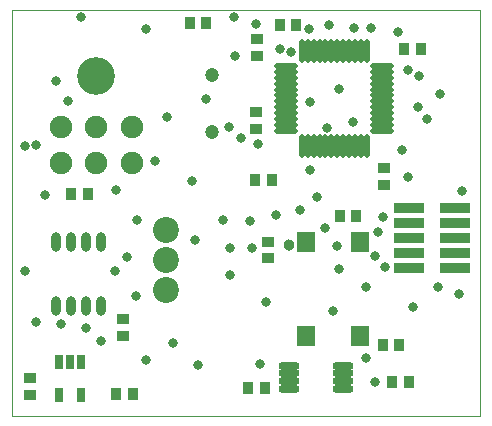
<source format=gts>
G04 Layer_Color=8388736*
%FSLAX24Y24*%
%MOIN*%
G70*
G01*
G75*
%ADD26C,0.0005*%
%ADD40R,0.0354X0.0433*%
%ADD41R,0.0433X0.0354*%
%ADD42O,0.0709X0.0268*%
%ADD43O,0.0315X0.0669*%
%ADD44R,0.0630X0.0689*%
%ADD45R,0.1024X0.0378*%
%ADD46O,0.0197X0.0787*%
%ADD47O,0.0787X0.0197*%
%ADD48R,0.0315X0.0472*%
%ADD49C,0.0866*%
%ADD50C,0.1260*%
%ADD51C,0.0748*%
%ADD52C,0.0472*%
%ADD53C,0.0319*%
%ADD54C,0.0315*%
%ADD55C,0.0379*%
D26*
X2080Y1840D02*
Y15360D01*
Y1840D02*
X17700D01*
Y15360D01*
X2080D02*
X17700D01*
D40*
X10194Y9690D02*
D03*
X10746D02*
D03*
X8566Y14930D02*
D03*
X8014D02*
D03*
X4616Y9230D02*
D03*
X4064D02*
D03*
X15316Y2970D02*
D03*
X14764D02*
D03*
X14996Y4210D02*
D03*
X14444D02*
D03*
X11014Y14850D02*
D03*
X11566D02*
D03*
X15706Y14050D02*
D03*
X15154D02*
D03*
X13009Y8495D02*
D03*
X13560D02*
D03*
X9954Y2780D02*
D03*
X10506D02*
D03*
X5554Y2550D02*
D03*
X6106D02*
D03*
D41*
X2690Y2544D02*
D03*
Y3096D02*
D03*
X10610Y7094D02*
D03*
Y7646D02*
D03*
X10240Y14386D02*
D03*
Y13834D02*
D03*
X10230Y11956D02*
D03*
Y11404D02*
D03*
X14470Y9534D02*
D03*
Y10086D02*
D03*
X5790Y5056D02*
D03*
Y4504D02*
D03*
D42*
X13126Y2746D02*
D03*
Y3002D02*
D03*
Y3258D02*
D03*
Y3514D02*
D03*
X11314Y2746D02*
D03*
Y3002D02*
D03*
Y3258D02*
D03*
Y3514D02*
D03*
D43*
X5060Y7633D02*
D03*
X4560D02*
D03*
X4060D02*
D03*
X3560D02*
D03*
X5060Y5507D02*
D03*
X4560D02*
D03*
X4060D02*
D03*
X3560D02*
D03*
D44*
X11889Y7640D02*
D03*
Y4510D02*
D03*
X13700Y7640D02*
D03*
Y4510D02*
D03*
D45*
X15310Y8780D02*
D03*
X16845D02*
D03*
X15310Y8280D02*
D03*
X16845D02*
D03*
X15310Y7780D02*
D03*
X16845D02*
D03*
X15310Y7280D02*
D03*
X16845D02*
D03*
X15310Y6780D02*
D03*
X16845D02*
D03*
D46*
X11747Y14014D02*
D03*
X11944D02*
D03*
X12141D02*
D03*
X12338D02*
D03*
X12535D02*
D03*
X12732D02*
D03*
X12928D02*
D03*
X13125D02*
D03*
X13322D02*
D03*
X13519D02*
D03*
X13716D02*
D03*
X13913D02*
D03*
Y10826D02*
D03*
X13716D02*
D03*
X13519D02*
D03*
X13322D02*
D03*
X13125D02*
D03*
X12928D02*
D03*
X12732D02*
D03*
X12535D02*
D03*
X12338D02*
D03*
X12141D02*
D03*
X11944D02*
D03*
X11747D02*
D03*
D47*
X14424Y13503D02*
D03*
Y13306D02*
D03*
Y13109D02*
D03*
Y12912D02*
D03*
Y12715D02*
D03*
Y12518D02*
D03*
Y12322D02*
D03*
Y12125D02*
D03*
Y11928D02*
D03*
Y11731D02*
D03*
Y11534D02*
D03*
Y11337D02*
D03*
X11236D02*
D03*
Y11534D02*
D03*
Y11731D02*
D03*
Y11928D02*
D03*
Y12125D02*
D03*
Y12322D02*
D03*
Y12518D02*
D03*
Y12715D02*
D03*
Y12912D02*
D03*
Y13109D02*
D03*
Y13306D02*
D03*
Y13503D02*
D03*
D48*
X4394Y2539D02*
D03*
X3646D02*
D03*
Y3621D02*
D03*
X4020D02*
D03*
X4394D02*
D03*
D49*
X7224Y6030D02*
D03*
Y7030D02*
D03*
Y8030D02*
D03*
D50*
X4890Y13163D02*
D03*
D51*
Y11462D02*
D03*
X3709D02*
D03*
X6071D02*
D03*
Y10281D02*
D03*
X4890D02*
D03*
X3709D02*
D03*
D52*
X8760Y11289D02*
D03*
Y13211D02*
D03*
D53*
X12660Y14850D02*
D03*
X7440Y4270D02*
D03*
X11370Y13960D02*
D03*
X16970Y5890D02*
D03*
X12520Y8100D02*
D03*
X17100Y9340D02*
D03*
X9530Y13820D02*
D03*
X8560Y12400D02*
D03*
X8090Y9660D02*
D03*
X12030Y10020D02*
D03*
X3540Y12990D02*
D03*
X6850Y10320D02*
D03*
X7250Y11810D02*
D03*
X9120Y8360D02*
D03*
X10870Y8530D02*
D03*
X9350Y6520D02*
D03*
X12930Y7500D02*
D03*
X12980Y6720D02*
D03*
X10070Y7430D02*
D03*
X3960Y12320D02*
D03*
X6220Y5840D02*
D03*
X3730Y4890D02*
D03*
X10550Y5640D02*
D03*
X8190Y7710D02*
D03*
X6260Y8360D02*
D03*
X5510Y6670D02*
D03*
X8280Y3540D02*
D03*
X3170Y9210D02*
D03*
X5540Y9350D02*
D03*
X11680Y8690D02*
D03*
X10010Y8320D02*
D03*
X12790Y5330D02*
D03*
X5040Y4320D02*
D03*
X12020Y12310D02*
D03*
X13460Y11620D02*
D03*
X16360Y12570D02*
D03*
X15610Y12120D02*
D03*
X15270Y9800D02*
D03*
X9730Y11090D02*
D03*
X15450Y5470D02*
D03*
X15650Y13160D02*
D03*
D54*
X9480Y15120D02*
D03*
X4390D02*
D03*
X10220Y14900D02*
D03*
X6540Y14740D02*
D03*
X13900Y3750D02*
D03*
X9330Y11470D02*
D03*
X10280Y10890D02*
D03*
X12250Y9140D02*
D03*
X10340Y3570D02*
D03*
X5930Y7120D02*
D03*
X2890Y10870D02*
D03*
Y4960D02*
D03*
X2510Y6680D02*
D03*
Y10840D02*
D03*
X9350Y7440D02*
D03*
X12000Y14730D02*
D03*
X11010Y14080D02*
D03*
X15084Y10700D02*
D03*
X15270Y13380D02*
D03*
X13900Y6120D02*
D03*
X14190Y2980D02*
D03*
X15930Y11740D02*
D03*
X14950Y14630D02*
D03*
X14460Y8470D02*
D03*
X13490Y14750D02*
D03*
X14040Y14760D02*
D03*
X14290Y7980D02*
D03*
X14200Y7160D02*
D03*
X14510Y6810D02*
D03*
X13000Y12720D02*
D03*
X12590Y11430D02*
D03*
X16300Y6120D02*
D03*
X4560Y4750D02*
D03*
X6560Y3700D02*
D03*
D55*
X11330Y7530D02*
D03*
M02*

</source>
